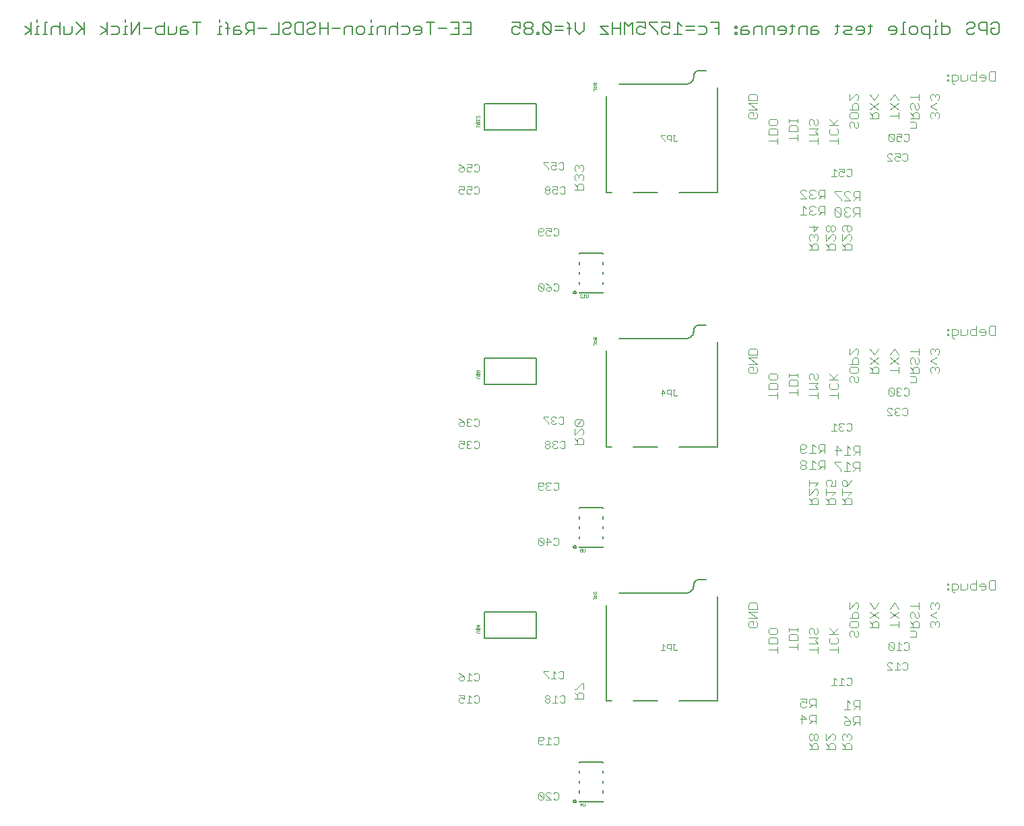
<source format=gbo>
G75*
%MOIN*%
%OFA0B0*%
%FSLAX24Y24*%
%IPPOS*%
%LPD*%
%AMOC8*
5,1,8,0,0,1.08239X$1,22.5*
%
%ADD10C,0.0040*%
%ADD11C,0.0050*%
%ADD12C,0.0080*%
%ADD13C,0.0030*%
%ADD14C,0.0010*%
%ADD15C,0.0020*%
D10*
X024927Y007785D02*
X025388Y007785D01*
X025388Y008016D01*
X025311Y008092D01*
X025157Y008092D01*
X025081Y008016D01*
X025081Y007785D01*
X025081Y007939D02*
X024927Y008092D01*
X024927Y008246D02*
X025004Y008246D01*
X025311Y008553D01*
X025388Y008553D01*
X025388Y008246D01*
X033530Y011388D02*
X033530Y011542D01*
X033606Y011619D01*
X033760Y011619D01*
X033760Y011465D01*
X033913Y011312D02*
X033606Y011312D01*
X033530Y011388D01*
X033530Y011772D02*
X033990Y011772D01*
X033530Y012079D01*
X033990Y012079D01*
X033990Y012232D02*
X033990Y012463D01*
X033913Y012539D01*
X033606Y012539D01*
X033530Y012463D01*
X033530Y012232D01*
X033990Y012232D01*
X033913Y011619D02*
X033990Y011542D01*
X033990Y011388D01*
X033913Y011312D01*
X034530Y011213D02*
X034606Y011289D01*
X034913Y011289D01*
X034990Y011213D01*
X034990Y011059D01*
X034913Y010982D01*
X034606Y010982D01*
X034530Y011059D01*
X034530Y011213D01*
X034606Y010829D02*
X034913Y010829D01*
X034990Y010752D01*
X034990Y010522D01*
X034530Y010522D01*
X034530Y010752D01*
X034606Y010829D01*
X034990Y010369D02*
X034990Y010062D01*
X034990Y010215D02*
X034530Y010215D01*
X035530Y010369D02*
X035990Y010369D01*
X035990Y010522D02*
X035990Y010215D01*
X035990Y010676D02*
X035530Y010676D01*
X035530Y010906D01*
X035606Y010982D01*
X035913Y010982D01*
X035990Y010906D01*
X035990Y010676D01*
X035990Y011136D02*
X035990Y011289D01*
X035990Y011213D02*
X035530Y011213D01*
X035530Y011289D02*
X035530Y011136D01*
X036530Y011213D02*
X036530Y011059D01*
X036606Y010982D01*
X036530Y010829D02*
X036990Y010829D01*
X036836Y010676D01*
X036990Y010522D01*
X036530Y010522D01*
X036530Y010215D02*
X036990Y010215D01*
X036990Y010062D02*
X036990Y010369D01*
X037530Y010215D02*
X037990Y010215D01*
X037990Y010062D02*
X037990Y010369D01*
X037913Y010522D02*
X037990Y010599D01*
X037990Y010752D01*
X037913Y010829D01*
X037990Y010982D02*
X037530Y010982D01*
X037683Y010982D02*
X037990Y011289D01*
X037760Y011059D02*
X037530Y011289D01*
X037606Y010829D02*
X037530Y010752D01*
X037530Y010599D01*
X037606Y010522D01*
X037913Y010522D01*
X036990Y011059D02*
X036913Y010982D01*
X036836Y010982D01*
X036760Y011059D01*
X036760Y011213D01*
X036683Y011289D01*
X036606Y011289D01*
X036530Y011213D01*
X036913Y011289D02*
X036990Y011213D01*
X036990Y011059D01*
X038530Y011081D02*
X038530Y010928D01*
X038606Y010851D01*
X038760Y010928D02*
X038760Y011081D01*
X038683Y011158D01*
X038606Y011158D01*
X038530Y011081D01*
X038606Y011312D02*
X038530Y011388D01*
X038530Y011542D01*
X038606Y011619D01*
X038913Y011619D01*
X038990Y011542D01*
X038990Y011388D01*
X038913Y011312D01*
X038606Y011312D01*
X038913Y011158D02*
X038990Y011081D01*
X038990Y010928D01*
X038913Y010851D01*
X038836Y010851D01*
X038760Y010928D01*
X039530Y011312D02*
X039990Y011312D01*
X039990Y011542D01*
X039913Y011619D01*
X039760Y011619D01*
X039683Y011542D01*
X039683Y011312D01*
X039683Y011465D02*
X039530Y011619D01*
X039530Y011772D02*
X039990Y012079D01*
X039760Y012232D02*
X039530Y012539D01*
X039760Y012232D02*
X039990Y012539D01*
X040530Y012232D02*
X040760Y012539D01*
X040990Y012232D01*
X040990Y012079D02*
X040530Y011772D01*
X040530Y011465D02*
X040990Y011465D01*
X040990Y011312D02*
X040990Y011619D01*
X040990Y011772D02*
X040530Y012079D01*
X039990Y011772D02*
X039530Y012079D01*
X038990Y012002D02*
X038990Y011772D01*
X038530Y011772D01*
X038683Y011772D02*
X038683Y012002D01*
X038760Y012079D01*
X038913Y012079D01*
X038990Y012002D01*
X038913Y012232D02*
X038990Y012309D01*
X038990Y012463D01*
X038913Y012539D01*
X038836Y012539D01*
X038530Y012232D01*
X038530Y012539D01*
X041530Y012386D02*
X041990Y012386D01*
X041990Y012539D02*
X041990Y012232D01*
X041913Y012079D02*
X041990Y012002D01*
X041990Y011849D01*
X041913Y011772D01*
X041836Y011772D01*
X041760Y011849D01*
X041760Y012002D01*
X041683Y012079D01*
X041606Y012079D01*
X041530Y012002D01*
X041530Y011849D01*
X041606Y011772D01*
X041530Y011619D02*
X041683Y011465D01*
X041683Y011542D02*
X041683Y011312D01*
X041530Y011312D02*
X041990Y011312D01*
X041990Y011542D01*
X041913Y011619D01*
X041760Y011619D01*
X041683Y011542D01*
X041760Y011158D02*
X041530Y011158D01*
X041760Y011158D02*
X041836Y011081D01*
X041836Y010851D01*
X041530Y010851D01*
X042530Y011388D02*
X042606Y011312D01*
X042530Y011388D02*
X042530Y011542D01*
X042606Y011619D01*
X042683Y011619D01*
X042760Y011542D01*
X042760Y011465D01*
X042760Y011542D02*
X042836Y011619D01*
X042913Y011619D01*
X042990Y011542D01*
X042990Y011388D01*
X042913Y011312D01*
X042836Y011772D02*
X042530Y011926D01*
X042836Y012079D01*
X042913Y012232D02*
X042990Y012309D01*
X042990Y012463D01*
X042913Y012539D01*
X042836Y012539D01*
X042760Y012463D01*
X042683Y012539D01*
X042606Y012539D01*
X042530Y012463D01*
X042530Y012309D01*
X042606Y012232D01*
X042760Y012386D02*
X042760Y012463D01*
X043361Y013193D02*
X043438Y013193D01*
X043438Y013270D01*
X043361Y013270D01*
X043361Y013193D01*
X043591Y013193D02*
X043821Y013193D01*
X043898Y013270D01*
X043898Y013423D01*
X043821Y013500D01*
X043591Y013500D01*
X043591Y013116D01*
X043668Y013039D01*
X043744Y013039D01*
X044051Y013193D02*
X044051Y013500D01*
X044051Y013193D02*
X044282Y013193D01*
X044358Y013270D01*
X044358Y013500D01*
X044512Y013423D02*
X044589Y013500D01*
X044819Y013500D01*
X044819Y013653D02*
X044819Y013193D01*
X044589Y013193D01*
X044512Y013270D01*
X044512Y013423D01*
X044972Y013423D02*
X045049Y013500D01*
X045202Y013500D01*
X045279Y013423D01*
X045279Y013270D01*
X045202Y013193D01*
X045049Y013193D01*
X044972Y013346D02*
X045279Y013346D01*
X045433Y013270D02*
X045433Y013576D01*
X045509Y013653D01*
X045740Y013653D01*
X045740Y013193D01*
X045509Y013193D01*
X045433Y013270D01*
X044972Y013346D02*
X044972Y013423D01*
X043438Y013423D02*
X043438Y013500D01*
X043361Y013500D01*
X043361Y013423D01*
X043438Y013423D01*
X038630Y017410D02*
X038170Y017410D01*
X038323Y017410D02*
X038323Y017640D01*
X038400Y017717D01*
X038553Y017717D01*
X038630Y017640D01*
X038630Y017410D01*
X038323Y017564D02*
X038170Y017717D01*
X038170Y017870D02*
X038170Y018177D01*
X038170Y018024D02*
X038630Y018024D01*
X038476Y017870D01*
X038400Y018331D02*
X038400Y018561D01*
X038323Y018638D01*
X038246Y018638D01*
X038170Y018561D01*
X038170Y018408D01*
X038246Y018331D01*
X038400Y018331D01*
X038553Y018484D01*
X038630Y018638D01*
X038569Y019071D02*
X038262Y019071D01*
X038109Y019071D02*
X038109Y019148D01*
X037802Y019455D01*
X037802Y019532D01*
X038109Y019532D01*
X038416Y019532D02*
X038416Y019071D01*
X038723Y019071D02*
X038876Y019225D01*
X038799Y019225D02*
X039030Y019225D01*
X039030Y019071D02*
X039030Y019532D01*
X038799Y019532D01*
X038723Y019455D01*
X038723Y019301D01*
X038799Y019225D01*
X038569Y019378D02*
X038416Y019532D01*
X038436Y019861D02*
X038436Y020322D01*
X038589Y020168D01*
X038743Y020245D02*
X038743Y020091D01*
X038819Y020015D01*
X039050Y020015D01*
X039050Y019861D02*
X039050Y020322D01*
X038819Y020322D01*
X038743Y020245D01*
X038896Y020015D02*
X038743Y019861D01*
X038589Y019861D02*
X038282Y019861D01*
X038129Y020091D02*
X037822Y020091D01*
X037899Y019861D02*
X037899Y020322D01*
X038129Y020091D01*
X037321Y020095D02*
X037090Y020095D01*
X037014Y020171D01*
X037014Y020325D01*
X037090Y020402D01*
X037321Y020402D01*
X037321Y019941D01*
X037167Y020095D02*
X037014Y019941D01*
X036860Y019941D02*
X036553Y019941D01*
X036707Y019941D02*
X036707Y020402D01*
X036860Y020248D01*
X036400Y020248D02*
X036323Y020171D01*
X036093Y020171D01*
X036093Y020018D02*
X036093Y020325D01*
X036170Y020402D01*
X036323Y020402D01*
X036400Y020325D01*
X036400Y020248D01*
X036400Y020018D02*
X036323Y019941D01*
X036170Y019941D01*
X036093Y020018D01*
X036170Y019602D02*
X036093Y019525D01*
X036093Y019448D01*
X036170Y019371D01*
X036323Y019371D01*
X036400Y019448D01*
X036400Y019525D01*
X036323Y019602D01*
X036170Y019602D01*
X036170Y019371D02*
X036093Y019295D01*
X036093Y019218D01*
X036170Y019141D01*
X036323Y019141D01*
X036400Y019218D01*
X036400Y019295D01*
X036323Y019371D01*
X036553Y019141D02*
X036860Y019141D01*
X036707Y019141D02*
X036707Y019602D01*
X036860Y019448D01*
X037014Y019371D02*
X037090Y019295D01*
X037321Y019295D01*
X037321Y019141D02*
X037321Y019602D01*
X037090Y019602D01*
X037014Y019525D01*
X037014Y019371D01*
X037167Y019295D02*
X037014Y019141D01*
X036990Y018484D02*
X036530Y018484D01*
X036530Y018331D02*
X036530Y018638D01*
X036836Y018331D02*
X036990Y018484D01*
X036913Y018177D02*
X036990Y018101D01*
X036990Y017947D01*
X036913Y017870D01*
X036913Y017717D02*
X036760Y017717D01*
X036683Y017640D01*
X036683Y017410D01*
X036530Y017410D02*
X036990Y017410D01*
X036990Y017640D01*
X036913Y017717D01*
X036683Y017564D02*
X036530Y017717D01*
X036530Y017870D02*
X036836Y018177D01*
X036913Y018177D01*
X036530Y018177D02*
X036530Y017870D01*
X037370Y017870D02*
X037370Y018177D01*
X037370Y018024D02*
X037830Y018024D01*
X037676Y017870D01*
X037600Y017717D02*
X037523Y017640D01*
X037523Y017410D01*
X037370Y017410D02*
X037830Y017410D01*
X037830Y017640D01*
X037753Y017717D01*
X037600Y017717D01*
X037523Y017564D02*
X037370Y017717D01*
X037446Y018331D02*
X037370Y018408D01*
X037370Y018561D01*
X037446Y018638D01*
X037600Y018638D01*
X037676Y018561D01*
X037676Y018484D01*
X037600Y018331D01*
X037830Y018331D01*
X037830Y018638D01*
X037990Y022660D02*
X037990Y022967D01*
X037990Y022814D02*
X037530Y022814D01*
X037606Y023120D02*
X037530Y023197D01*
X037530Y023351D01*
X037606Y023427D01*
X037530Y023581D02*
X037990Y023581D01*
X037913Y023427D02*
X037990Y023351D01*
X037990Y023197D01*
X037913Y023120D01*
X037606Y023120D01*
X037683Y023581D02*
X037990Y023888D01*
X037760Y023658D02*
X037530Y023888D01*
X036990Y023811D02*
X036990Y023658D01*
X036913Y023581D01*
X036836Y023581D01*
X036760Y023658D01*
X036760Y023811D01*
X036683Y023888D01*
X036606Y023888D01*
X036530Y023811D01*
X036530Y023658D01*
X036606Y023581D01*
X036530Y023427D02*
X036990Y023427D01*
X036836Y023274D01*
X036990Y023120D01*
X036530Y023120D01*
X036530Y022814D02*
X036990Y022814D01*
X036990Y022967D02*
X036990Y022660D01*
X035990Y022814D02*
X035990Y023120D01*
X035990Y022967D02*
X035530Y022967D01*
X035530Y023274D02*
X035530Y023504D01*
X035606Y023581D01*
X035913Y023581D01*
X035990Y023504D01*
X035990Y023274D01*
X035530Y023274D01*
X035530Y023734D02*
X035530Y023888D01*
X035530Y023811D02*
X035990Y023811D01*
X035990Y023734D02*
X035990Y023888D01*
X036913Y023888D02*
X036990Y023811D01*
X038530Y023680D02*
X038530Y023526D01*
X038606Y023450D01*
X038760Y023526D02*
X038836Y023450D01*
X038913Y023450D01*
X038990Y023526D01*
X038990Y023680D01*
X038913Y023757D01*
X038913Y023910D02*
X038606Y023910D01*
X038530Y023987D01*
X038530Y024140D01*
X038606Y024217D01*
X038913Y024217D01*
X038990Y024140D01*
X038990Y023987D01*
X038913Y023910D01*
X038683Y023757D02*
X038606Y023757D01*
X038530Y023680D01*
X038683Y023757D02*
X038760Y023680D01*
X038760Y023526D01*
X038683Y024370D02*
X038683Y024601D01*
X038760Y024677D01*
X038913Y024677D01*
X038990Y024601D01*
X038990Y024370D01*
X038530Y024370D01*
X038530Y024831D02*
X038836Y025138D01*
X038913Y025138D01*
X038990Y025061D01*
X038990Y024908D01*
X038913Y024831D01*
X038530Y024831D02*
X038530Y025138D01*
X039530Y025138D02*
X039760Y024831D01*
X039990Y025138D01*
X039990Y024677D02*
X039530Y024370D01*
X039530Y024217D02*
X039683Y024064D01*
X039683Y024140D02*
X039683Y023910D01*
X039530Y023910D02*
X039990Y023910D01*
X039990Y024140D01*
X039913Y024217D01*
X039760Y024217D01*
X039683Y024140D01*
X039990Y024370D02*
X039530Y024677D01*
X040530Y024677D02*
X040990Y024370D01*
X040990Y024217D02*
X040990Y023910D01*
X040990Y024064D02*
X040530Y024064D01*
X040530Y024370D02*
X040990Y024677D01*
X040990Y024831D02*
X040760Y025138D01*
X040530Y024831D01*
X041530Y024984D02*
X041990Y024984D01*
X041990Y024831D02*
X041990Y025138D01*
X041913Y024677D02*
X041990Y024601D01*
X041990Y024447D01*
X041913Y024370D01*
X041836Y024370D01*
X041760Y024447D01*
X041760Y024601D01*
X041683Y024677D01*
X041606Y024677D01*
X041530Y024601D01*
X041530Y024447D01*
X041606Y024370D01*
X041530Y024217D02*
X041683Y024064D01*
X041683Y024140D02*
X041683Y023910D01*
X041530Y023910D02*
X041990Y023910D01*
X041990Y024140D01*
X041913Y024217D01*
X041760Y024217D01*
X041683Y024140D01*
X041760Y023757D02*
X041530Y023757D01*
X041760Y023757D02*
X041836Y023680D01*
X041836Y023450D01*
X041530Y023450D01*
X042530Y023987D02*
X042606Y023910D01*
X042530Y023987D02*
X042530Y024140D01*
X042606Y024217D01*
X042683Y024217D01*
X042760Y024140D01*
X042760Y024064D01*
X042760Y024140D02*
X042836Y024217D01*
X042913Y024217D01*
X042990Y024140D01*
X042990Y023987D01*
X042913Y023910D01*
X042836Y024370D02*
X042530Y024524D01*
X042836Y024677D01*
X042913Y024831D02*
X042990Y024908D01*
X042990Y025061D01*
X042913Y025138D01*
X042836Y025138D01*
X042760Y025061D01*
X042683Y025138D01*
X042606Y025138D01*
X042530Y025061D01*
X042530Y024908D01*
X042606Y024831D01*
X042760Y024984D02*
X042760Y025061D01*
X043361Y025791D02*
X043438Y025791D01*
X043438Y025868D01*
X043361Y025868D01*
X043361Y025791D01*
X043591Y025791D02*
X043821Y025791D01*
X043898Y025868D01*
X043898Y026021D01*
X043821Y026098D01*
X043591Y026098D01*
X043591Y025715D01*
X043668Y025638D01*
X043744Y025638D01*
X044051Y025791D02*
X044051Y026098D01*
X044051Y025791D02*
X044282Y025791D01*
X044358Y025868D01*
X044358Y026098D01*
X044512Y026021D02*
X044589Y026098D01*
X044819Y026098D01*
X044819Y026252D02*
X044819Y025791D01*
X044589Y025791D01*
X044512Y025868D01*
X044512Y026021D01*
X044972Y026021D02*
X044972Y025945D01*
X045279Y025945D01*
X045279Y026021D02*
X045202Y026098D01*
X045049Y026098D01*
X044972Y026021D01*
X045049Y025791D02*
X045202Y025791D01*
X045279Y025868D01*
X045279Y026021D01*
X045433Y025868D02*
X045433Y026175D01*
X045509Y026252D01*
X045740Y026252D01*
X045740Y025791D01*
X045509Y025791D01*
X045433Y025868D01*
X043438Y026021D02*
X043438Y026098D01*
X043361Y026098D01*
X043361Y026021D01*
X043438Y026021D01*
X038630Y030009D02*
X038630Y030239D01*
X038553Y030315D01*
X038400Y030315D01*
X038323Y030239D01*
X038323Y030009D01*
X038323Y030162D02*
X038170Y030315D01*
X038170Y030469D02*
X038476Y030776D01*
X038553Y030776D01*
X038630Y030699D01*
X038630Y030546D01*
X038553Y030469D01*
X038170Y030469D02*
X038170Y030776D01*
X038246Y030929D02*
X038170Y031006D01*
X038170Y031159D01*
X038246Y031236D01*
X038553Y031236D01*
X038630Y031159D01*
X038630Y031006D01*
X038553Y030929D01*
X038476Y030929D01*
X038400Y031006D01*
X038400Y031236D01*
X038339Y031670D02*
X038492Y031670D01*
X038569Y031746D01*
X038723Y031670D02*
X038876Y031823D01*
X038799Y031823D02*
X039030Y031823D01*
X039030Y031670D02*
X039030Y032130D01*
X038799Y032130D01*
X038723Y032053D01*
X038723Y031900D01*
X038799Y031823D01*
X038569Y032053D02*
X038492Y032130D01*
X038339Y032130D01*
X038262Y032053D01*
X038262Y031977D01*
X038339Y031900D01*
X038262Y031823D01*
X038262Y031746D01*
X038339Y031670D01*
X038339Y031900D02*
X038416Y031900D01*
X038109Y032053D02*
X038032Y032130D01*
X037879Y032130D01*
X037802Y032053D01*
X038109Y031746D01*
X038032Y031670D01*
X037879Y031670D01*
X037802Y031746D01*
X037802Y032053D01*
X038109Y032053D02*
X038109Y031746D01*
X037753Y031236D02*
X037676Y031236D01*
X037600Y031159D01*
X037600Y031006D01*
X037676Y030929D01*
X037753Y030929D01*
X037830Y031006D01*
X037830Y031159D01*
X037753Y031236D01*
X037600Y031159D02*
X037523Y031236D01*
X037446Y031236D01*
X037370Y031159D01*
X037370Y031006D01*
X037446Y030929D01*
X037523Y030929D01*
X037600Y031006D01*
X037676Y030776D02*
X037753Y030776D01*
X037830Y030699D01*
X037830Y030546D01*
X037753Y030469D01*
X037753Y030315D02*
X037600Y030315D01*
X037523Y030239D01*
X037523Y030009D01*
X037523Y030162D02*
X037370Y030315D01*
X037370Y030469D02*
X037676Y030776D01*
X037370Y030776D02*
X037370Y030469D01*
X036990Y030546D02*
X036990Y030699D01*
X036913Y030776D01*
X036836Y030776D01*
X036760Y030699D01*
X036683Y030776D01*
X036606Y030776D01*
X036530Y030699D01*
X036530Y030546D01*
X036606Y030469D01*
X036530Y030315D02*
X036683Y030162D01*
X036683Y030239D02*
X036683Y030009D01*
X036530Y030009D02*
X036990Y030009D01*
X036990Y030239D01*
X036913Y030315D01*
X036760Y030315D01*
X036683Y030239D01*
X036913Y030469D02*
X036990Y030546D01*
X036760Y030622D02*
X036760Y030699D01*
X036760Y030929D02*
X036760Y031236D01*
X036990Y031159D02*
X036760Y030929D01*
X036530Y031159D02*
X036990Y031159D01*
X037753Y030315D02*
X037830Y030239D01*
X037830Y030009D01*
X037370Y030009D01*
X038170Y030009D02*
X038630Y030009D01*
X037321Y031740D02*
X037321Y032200D01*
X037090Y032200D01*
X037014Y032123D01*
X037014Y031970D01*
X037090Y031893D01*
X037321Y031893D01*
X037167Y031893D02*
X037014Y031740D01*
X036860Y031816D02*
X036784Y031740D01*
X036630Y031740D01*
X036553Y031816D01*
X036553Y031893D01*
X036630Y031970D01*
X036707Y031970D01*
X036630Y031970D02*
X036553Y032047D01*
X036553Y032123D01*
X036630Y032200D01*
X036784Y032200D01*
X036860Y032123D01*
X036784Y032540D02*
X036630Y032540D01*
X036553Y032616D01*
X036553Y032693D01*
X036630Y032770D01*
X036707Y032770D01*
X036630Y032770D02*
X036553Y032847D01*
X036553Y032923D01*
X036630Y033000D01*
X036784Y033000D01*
X036860Y032923D01*
X037014Y032923D02*
X037014Y032770D01*
X037090Y032693D01*
X037321Y032693D01*
X037321Y032540D02*
X037321Y033000D01*
X037090Y033000D01*
X037014Y032923D01*
X037167Y032693D02*
X037014Y032540D01*
X036860Y032616D02*
X036784Y032540D01*
X036400Y032540D02*
X036093Y032847D01*
X036093Y032923D01*
X036170Y033000D01*
X036323Y033000D01*
X036400Y032923D01*
X036400Y032540D02*
X036093Y032540D01*
X036246Y032200D02*
X036246Y031740D01*
X036093Y031740D02*
X036400Y031740D01*
X036400Y032047D02*
X036246Y032200D01*
X037822Y032843D02*
X038129Y032536D01*
X038129Y032460D01*
X038282Y032460D02*
X038589Y032460D01*
X038282Y032767D01*
X038282Y032843D01*
X038359Y032920D01*
X038512Y032920D01*
X038589Y032843D01*
X038743Y032843D02*
X038743Y032690D01*
X038819Y032613D01*
X039050Y032613D01*
X039050Y032460D02*
X039050Y032920D01*
X038819Y032920D01*
X038743Y032843D01*
X038896Y032613D02*
X038743Y032460D01*
X038129Y032920D02*
X037822Y032920D01*
X037822Y032843D01*
X037990Y035259D02*
X037990Y035565D01*
X037990Y035412D02*
X037530Y035412D01*
X037606Y035719D02*
X037530Y035796D01*
X037530Y035949D01*
X037606Y036026D01*
X037530Y036179D02*
X037990Y036179D01*
X037913Y036026D02*
X037990Y035949D01*
X037990Y035796D01*
X037913Y035719D01*
X037606Y035719D01*
X037683Y036179D02*
X037990Y036486D01*
X037760Y036256D02*
X037530Y036486D01*
X036990Y036409D02*
X036990Y036256D01*
X036913Y036179D01*
X036836Y036179D01*
X036760Y036256D01*
X036760Y036409D01*
X036683Y036486D01*
X036606Y036486D01*
X036530Y036409D01*
X036530Y036256D01*
X036606Y036179D01*
X036530Y036026D02*
X036990Y036026D01*
X036836Y035872D01*
X036990Y035719D01*
X036530Y035719D01*
X036530Y035412D02*
X036990Y035412D01*
X036990Y035259D02*
X036990Y035565D01*
X036990Y036409D02*
X036913Y036486D01*
X035990Y036486D02*
X035990Y036333D01*
X035990Y036409D02*
X035530Y036409D01*
X035530Y036333D02*
X035530Y036486D01*
X035606Y036179D02*
X035530Y036103D01*
X035530Y035872D01*
X035990Y035872D01*
X035990Y036103D01*
X035913Y036179D01*
X035606Y036179D01*
X035990Y035719D02*
X035990Y035412D01*
X035990Y035565D02*
X035530Y035565D01*
X034990Y035565D02*
X034990Y035259D01*
X034990Y035412D02*
X034530Y035412D01*
X034530Y035719D02*
X034530Y035949D01*
X034606Y036026D01*
X034913Y036026D01*
X034990Y035949D01*
X034990Y035719D01*
X034530Y035719D01*
X034606Y036179D02*
X034530Y036256D01*
X034530Y036409D01*
X034606Y036486D01*
X034913Y036486D01*
X034990Y036409D01*
X034990Y036256D01*
X034913Y036179D01*
X034606Y036179D01*
X033990Y036585D02*
X033913Y036509D01*
X033606Y036509D01*
X033530Y036585D01*
X033530Y036739D01*
X033606Y036815D01*
X033760Y036815D01*
X033760Y036662D01*
X033913Y036815D02*
X033990Y036739D01*
X033990Y036585D01*
X033990Y036969D02*
X033530Y037276D01*
X033990Y037276D01*
X033990Y037429D02*
X033530Y037429D01*
X033530Y037659D01*
X033606Y037736D01*
X033913Y037736D01*
X033990Y037659D01*
X033990Y037429D01*
X033990Y036969D02*
X033530Y036969D01*
X038530Y036969D02*
X038990Y036969D01*
X038990Y037199D01*
X038913Y037276D01*
X038760Y037276D01*
X038683Y037199D01*
X038683Y036969D01*
X038606Y036815D02*
X038913Y036815D01*
X038990Y036739D01*
X038990Y036585D01*
X038913Y036509D01*
X038606Y036509D01*
X038530Y036585D01*
X038530Y036739D01*
X038606Y036815D01*
X038606Y036355D02*
X038530Y036278D01*
X038530Y036125D01*
X038606Y036048D01*
X038760Y036125D02*
X038760Y036278D01*
X038683Y036355D01*
X038606Y036355D01*
X038760Y036125D02*
X038836Y036048D01*
X038913Y036048D01*
X038990Y036125D01*
X038990Y036278D01*
X038913Y036355D01*
X039530Y036509D02*
X039990Y036509D01*
X039990Y036739D01*
X039913Y036815D01*
X039760Y036815D01*
X039683Y036739D01*
X039683Y036509D01*
X039683Y036662D02*
X039530Y036815D01*
X039530Y036969D02*
X039990Y037276D01*
X039760Y037429D02*
X039530Y037736D01*
X039760Y037429D02*
X039990Y037736D01*
X040530Y037429D02*
X040760Y037736D01*
X040990Y037429D01*
X040990Y037276D02*
X040530Y036969D01*
X040530Y037276D02*
X040990Y036969D01*
X040990Y036815D02*
X040990Y036509D01*
X040990Y036662D02*
X040530Y036662D01*
X039990Y036969D02*
X039530Y037276D01*
X038990Y037506D02*
X038913Y037429D01*
X038990Y037506D02*
X038990Y037659D01*
X038913Y037736D01*
X038836Y037736D01*
X038530Y037429D01*
X038530Y037736D01*
X041530Y037583D02*
X041990Y037583D01*
X041990Y037736D02*
X041990Y037429D01*
X041913Y037276D02*
X041990Y037199D01*
X041990Y037046D01*
X041913Y036969D01*
X041836Y036969D01*
X041760Y037046D01*
X041760Y037199D01*
X041683Y037276D01*
X041606Y037276D01*
X041530Y037199D01*
X041530Y037046D01*
X041606Y036969D01*
X041530Y036815D02*
X041683Y036662D01*
X041683Y036739D02*
X041683Y036509D01*
X041530Y036509D02*
X041990Y036509D01*
X041990Y036739D01*
X041913Y036815D01*
X041760Y036815D01*
X041683Y036739D01*
X041760Y036355D02*
X041530Y036355D01*
X041760Y036355D02*
X041836Y036278D01*
X041836Y036048D01*
X041530Y036048D01*
X042530Y036585D02*
X042606Y036509D01*
X042530Y036585D02*
X042530Y036739D01*
X042606Y036815D01*
X042683Y036815D01*
X042760Y036739D01*
X042760Y036662D01*
X042760Y036739D02*
X042836Y036815D01*
X042913Y036815D01*
X042990Y036739D01*
X042990Y036585D01*
X042913Y036509D01*
X042836Y036969D02*
X042530Y037122D01*
X042836Y037276D01*
X042913Y037429D02*
X042990Y037506D01*
X042990Y037659D01*
X042913Y037736D01*
X042836Y037736D01*
X042760Y037659D01*
X042683Y037736D01*
X042606Y037736D01*
X042530Y037659D01*
X042530Y037506D01*
X042606Y037429D01*
X042760Y037583D02*
X042760Y037659D01*
X043591Y038313D02*
X043591Y038697D01*
X043821Y038697D01*
X043898Y038620D01*
X043898Y038466D01*
X043821Y038390D01*
X043591Y038390D01*
X043591Y038313D02*
X043668Y038236D01*
X043744Y038236D01*
X043438Y038390D02*
X043438Y038466D01*
X043361Y038466D01*
X043361Y038390D01*
X043438Y038390D01*
X043438Y038620D02*
X043438Y038697D01*
X043361Y038697D01*
X043361Y038620D01*
X043438Y038620D01*
X044051Y038697D02*
X044051Y038390D01*
X044282Y038390D01*
X044358Y038466D01*
X044358Y038697D01*
X044512Y038620D02*
X044589Y038697D01*
X044819Y038697D01*
X044819Y038850D02*
X044819Y038390D01*
X044589Y038390D01*
X044512Y038466D01*
X044512Y038620D01*
X044972Y038620D02*
X044972Y038543D01*
X045279Y038543D01*
X045279Y038466D02*
X045279Y038620D01*
X045202Y038697D01*
X045049Y038697D01*
X044972Y038620D01*
X045049Y038390D02*
X045202Y038390D01*
X045279Y038466D01*
X045433Y038466D02*
X045433Y038773D01*
X045509Y038850D01*
X045740Y038850D01*
X045740Y038390D01*
X045509Y038390D01*
X045433Y038466D01*
X033913Y025138D02*
X033606Y025138D01*
X033530Y025061D01*
X033530Y024831D01*
X033990Y024831D01*
X033990Y025061D01*
X033913Y025138D01*
X033990Y024677D02*
X033530Y024677D01*
X033990Y024370D01*
X033530Y024370D01*
X033606Y024217D02*
X033760Y024217D01*
X033760Y024064D01*
X033913Y024217D02*
X033990Y024140D01*
X033990Y023987D01*
X033913Y023910D01*
X033606Y023910D01*
X033530Y023987D01*
X033530Y024140D01*
X033606Y024217D01*
X034530Y023811D02*
X034606Y023888D01*
X034913Y023888D01*
X034990Y023811D01*
X034990Y023658D01*
X034913Y023581D01*
X034606Y023581D01*
X034530Y023658D01*
X034530Y023811D01*
X034606Y023427D02*
X034913Y023427D01*
X034990Y023351D01*
X034990Y023120D01*
X034530Y023120D01*
X034530Y023351D01*
X034606Y023427D01*
X034990Y022967D02*
X034990Y022660D01*
X034990Y022814D02*
X034530Y022814D01*
X025388Y021535D02*
X025311Y021611D01*
X025004Y021305D01*
X024927Y021381D01*
X024927Y021535D01*
X025004Y021611D01*
X025311Y021611D01*
X025388Y021535D02*
X025388Y021381D01*
X025311Y021305D01*
X025004Y021305D01*
X024927Y021151D02*
X024927Y020844D01*
X025234Y021151D01*
X025311Y021151D01*
X025388Y021074D01*
X025388Y020921D01*
X025311Y020844D01*
X025311Y020691D02*
X025157Y020691D01*
X025081Y020614D01*
X025081Y020384D01*
X025081Y020537D02*
X024927Y020691D01*
X024927Y020384D02*
X025388Y020384D01*
X025388Y020614D01*
X025311Y020691D01*
X025388Y032982D02*
X024927Y032982D01*
X025081Y032982D02*
X025081Y033212D01*
X025157Y033289D01*
X025311Y033289D01*
X025388Y033212D01*
X025388Y032982D01*
X025081Y033136D02*
X024927Y033289D01*
X025004Y033443D02*
X024927Y033519D01*
X024927Y033673D01*
X025004Y033750D01*
X025081Y033750D01*
X025157Y033673D01*
X025157Y033596D01*
X025157Y033673D02*
X025234Y033750D01*
X025311Y033750D01*
X025388Y033673D01*
X025388Y033519D01*
X025311Y033443D01*
X025311Y033903D02*
X025388Y033980D01*
X025388Y034133D01*
X025311Y034210D01*
X025234Y034210D01*
X025157Y034133D01*
X025081Y034210D01*
X025004Y034210D01*
X024927Y034133D01*
X024927Y033980D01*
X025004Y033903D01*
X025157Y034056D02*
X025157Y034133D01*
X036093Y007803D02*
X036400Y007803D01*
X036400Y007573D01*
X036246Y007650D01*
X036170Y007650D01*
X036093Y007573D01*
X036093Y007420D01*
X036170Y007343D01*
X036323Y007343D01*
X036400Y007420D01*
X036553Y007343D02*
X036707Y007496D01*
X036630Y007496D02*
X036860Y007496D01*
X036860Y007343D02*
X036860Y007803D01*
X036630Y007803D01*
X036553Y007726D01*
X036553Y007573D01*
X036630Y007496D01*
X036630Y007003D02*
X036553Y006926D01*
X036553Y006773D01*
X036630Y006696D01*
X036860Y006696D01*
X036707Y006696D02*
X036553Y006543D01*
X036400Y006773D02*
X036093Y006773D01*
X036170Y006543D02*
X036170Y007003D01*
X036400Y006773D01*
X036630Y007003D02*
X036860Y007003D01*
X036860Y006543D01*
X036836Y006039D02*
X036760Y005963D01*
X036760Y005809D01*
X036836Y005732D01*
X036913Y005732D01*
X036990Y005809D01*
X036990Y005963D01*
X036913Y006039D01*
X036836Y006039D01*
X036760Y005963D02*
X036683Y006039D01*
X036606Y006039D01*
X036530Y005963D01*
X036530Y005809D01*
X036606Y005732D01*
X036683Y005732D01*
X036760Y005809D01*
X036760Y005579D02*
X036683Y005502D01*
X036683Y005272D01*
X036530Y005272D02*
X036990Y005272D01*
X036990Y005502D01*
X036913Y005579D01*
X036760Y005579D01*
X036683Y005426D02*
X036530Y005579D01*
X037370Y005579D02*
X037523Y005426D01*
X037523Y005502D02*
X037523Y005272D01*
X037370Y005272D02*
X037830Y005272D01*
X037830Y005502D01*
X037753Y005579D01*
X037600Y005579D01*
X037523Y005502D01*
X037370Y005732D02*
X037676Y006039D01*
X037753Y006039D01*
X037830Y005963D01*
X037830Y005809D01*
X037753Y005732D01*
X037370Y005732D02*
X037370Y006039D01*
X038170Y005963D02*
X038170Y005809D01*
X038246Y005732D01*
X038170Y005579D02*
X038323Y005426D01*
X038323Y005502D02*
X038323Y005272D01*
X038170Y005272D02*
X038630Y005272D01*
X038630Y005502D01*
X038553Y005579D01*
X038400Y005579D01*
X038323Y005502D01*
X038553Y005732D02*
X038630Y005809D01*
X038630Y005963D01*
X038553Y006039D01*
X038476Y006039D01*
X038400Y005963D01*
X038323Y006039D01*
X038246Y006039D01*
X038170Y005963D01*
X038400Y005963D02*
X038400Y005886D01*
X038339Y006473D02*
X038262Y006550D01*
X038262Y006626D01*
X038339Y006703D01*
X038569Y006703D01*
X038569Y006550D01*
X038492Y006473D01*
X038339Y006473D01*
X038569Y006703D02*
X038416Y006856D01*
X038262Y006933D01*
X038282Y007263D02*
X038589Y007263D01*
X038436Y007263D02*
X038436Y007723D01*
X038589Y007570D01*
X038743Y007646D02*
X038743Y007493D01*
X038819Y007416D01*
X039050Y007416D01*
X039050Y007263D02*
X039050Y007723D01*
X038819Y007723D01*
X038743Y007646D01*
X038896Y007416D02*
X038743Y007263D01*
X038799Y006933D02*
X038723Y006856D01*
X038723Y006703D01*
X038799Y006626D01*
X039030Y006626D01*
X039030Y006473D02*
X039030Y006933D01*
X038799Y006933D01*
X038876Y006626D02*
X038723Y006473D01*
D11*
X024887Y002713D02*
X024889Y002728D01*
X024894Y002742D01*
X024903Y002755D01*
X024914Y002765D01*
X024928Y002772D01*
X024942Y002776D01*
X024958Y002776D01*
X024972Y002772D01*
X024986Y002765D01*
X024997Y002755D01*
X025006Y002742D01*
X025011Y002728D01*
X025013Y002713D01*
X025011Y002698D01*
X025006Y002684D01*
X024997Y002671D01*
X024986Y002661D01*
X024972Y002654D01*
X024958Y002650D01*
X024942Y002650D01*
X024928Y002654D01*
X024914Y002661D01*
X024903Y002671D01*
X024894Y002684D01*
X024889Y002698D01*
X024887Y002713D01*
X024887Y015311D02*
X024889Y015326D01*
X024894Y015340D01*
X024903Y015353D01*
X024914Y015363D01*
X024928Y015370D01*
X024942Y015374D01*
X024958Y015374D01*
X024972Y015370D01*
X024986Y015363D01*
X024997Y015353D01*
X025006Y015340D01*
X025011Y015326D01*
X025013Y015311D01*
X025011Y015296D01*
X025006Y015282D01*
X024997Y015269D01*
X024986Y015259D01*
X024972Y015252D01*
X024958Y015248D01*
X024942Y015248D01*
X024928Y015252D01*
X024914Y015259D01*
X024903Y015269D01*
X024894Y015282D01*
X024889Y015296D01*
X024887Y015311D01*
X024887Y027910D02*
X024889Y027925D01*
X024894Y027939D01*
X024903Y027952D01*
X024914Y027962D01*
X024928Y027969D01*
X024942Y027973D01*
X024958Y027973D01*
X024972Y027969D01*
X024986Y027962D01*
X024997Y027952D01*
X025006Y027939D01*
X025011Y027925D01*
X025013Y027910D01*
X025011Y027895D01*
X025006Y027881D01*
X024997Y027868D01*
X024986Y027858D01*
X024972Y027851D01*
X024958Y027847D01*
X024942Y027847D01*
X024928Y027851D01*
X024914Y027858D01*
X024903Y027868D01*
X024894Y027881D01*
X024889Y027895D01*
X024887Y027910D01*
X024682Y040694D02*
X024682Y041203D01*
X024581Y041304D01*
X024379Y041101D02*
X023972Y041101D01*
X023972Y040897D02*
X024379Y040897D01*
X024581Y040999D02*
X024784Y040999D01*
X024985Y040897D02*
X024985Y041304D01*
X024985Y040897D02*
X025188Y040694D01*
X025392Y040897D01*
X025392Y041304D01*
X026200Y041101D02*
X026607Y040694D01*
X026200Y040694D01*
X026200Y041101D02*
X026607Y041101D01*
X026808Y040999D02*
X027215Y040999D01*
X027215Y040694D02*
X027215Y041304D01*
X027416Y041304D02*
X027416Y040694D01*
X027823Y040694D02*
X027823Y041304D01*
X027619Y041101D01*
X027416Y041304D01*
X026808Y041304D02*
X026808Y040694D01*
X028023Y040796D02*
X028125Y040694D01*
X028329Y040694D01*
X028430Y040796D01*
X028430Y040999D02*
X028227Y041101D01*
X028125Y041101D01*
X028023Y040999D01*
X028023Y040796D01*
X028430Y040999D02*
X028430Y041304D01*
X028023Y041304D01*
X028631Y041304D02*
X028631Y041203D01*
X029038Y040796D01*
X029038Y040694D01*
X029239Y040796D02*
X029341Y040694D01*
X029544Y040694D01*
X029646Y040796D01*
X029646Y040999D02*
X029442Y041101D01*
X029341Y041101D01*
X029239Y040999D01*
X029239Y040796D01*
X029646Y040999D02*
X029646Y041304D01*
X029239Y041304D01*
X029038Y041304D02*
X028631Y041304D01*
X029847Y040694D02*
X030254Y040694D01*
X030050Y040694D02*
X030050Y041304D01*
X030254Y041101D01*
X030454Y041101D02*
X030861Y041101D01*
X031062Y041101D02*
X031367Y041101D01*
X031469Y040999D01*
X031469Y040796D01*
X031367Y040694D01*
X031062Y040694D01*
X030861Y040897D02*
X030454Y040897D01*
X031670Y041304D02*
X032077Y041304D01*
X032077Y040694D01*
X032077Y040999D02*
X031873Y040999D01*
X032887Y040999D02*
X032988Y040999D01*
X032988Y041101D01*
X032887Y041101D01*
X032887Y040999D01*
X032887Y040796D02*
X032887Y040694D01*
X032988Y040694D01*
X032988Y040796D01*
X032887Y040796D01*
X033189Y040897D02*
X033494Y040897D01*
X033596Y040796D01*
X033494Y040694D01*
X033189Y040694D01*
X033189Y040999D01*
X033291Y041101D01*
X033494Y041101D01*
X033797Y040999D02*
X033797Y040694D01*
X033797Y040999D02*
X033899Y041101D01*
X034204Y041101D01*
X034204Y040694D01*
X034404Y040694D02*
X034404Y040999D01*
X034506Y041101D01*
X034812Y041101D01*
X034812Y040694D01*
X035012Y040897D02*
X035419Y040897D01*
X035419Y040796D02*
X035419Y040999D01*
X035317Y041101D01*
X035114Y041101D01*
X035012Y040999D01*
X035012Y040897D01*
X035114Y040694D02*
X035317Y040694D01*
X035419Y040796D01*
X035621Y040694D02*
X035723Y040796D01*
X035723Y041203D01*
X035824Y041101D02*
X035621Y041101D01*
X036025Y040999D02*
X036025Y040694D01*
X036025Y040999D02*
X036127Y041101D01*
X036432Y041101D01*
X036432Y040694D01*
X036633Y040694D02*
X036938Y040694D01*
X037040Y040796D01*
X036938Y040897D01*
X036633Y040897D01*
X036633Y040999D02*
X036633Y040694D01*
X036633Y040999D02*
X036735Y041101D01*
X036938Y041101D01*
X037849Y041101D02*
X038053Y041101D01*
X037951Y041203D02*
X037951Y040796D01*
X037849Y040694D01*
X038253Y040796D02*
X038355Y040897D01*
X038559Y040897D01*
X038660Y040999D01*
X038559Y041101D01*
X038253Y041101D01*
X038253Y040796D02*
X038355Y040694D01*
X038660Y040694D01*
X038861Y040897D02*
X039268Y040897D01*
X039268Y040796D02*
X039268Y040999D01*
X039166Y041101D01*
X038963Y041101D01*
X038861Y040999D01*
X038861Y040897D01*
X038963Y040694D02*
X039166Y040694D01*
X039268Y040796D01*
X039470Y040694D02*
X039572Y040796D01*
X039572Y041203D01*
X039673Y041101D02*
X039470Y041101D01*
X040482Y040999D02*
X040482Y040897D01*
X040889Y040897D01*
X040889Y040796D02*
X040889Y040999D01*
X040787Y041101D01*
X040583Y041101D01*
X040482Y040999D01*
X040583Y040694D02*
X040787Y040694D01*
X040889Y040796D01*
X041090Y040694D02*
X041294Y040694D01*
X041192Y040694D02*
X041192Y041304D01*
X041294Y041304D01*
X041596Y041101D02*
X041800Y041101D01*
X041902Y040999D01*
X041902Y040796D01*
X041800Y040694D01*
X041596Y040694D01*
X041495Y040796D01*
X041495Y040999D01*
X041596Y041101D01*
X042102Y040999D02*
X042102Y040796D01*
X042204Y040694D01*
X042509Y040694D01*
X042711Y040694D02*
X042914Y040694D01*
X042813Y040694D02*
X042813Y041101D01*
X042914Y041101D01*
X043115Y041101D02*
X043420Y041101D01*
X043522Y040999D01*
X043522Y040796D01*
X043420Y040694D01*
X043115Y040694D01*
X043115Y041304D01*
X042813Y041304D02*
X042813Y041406D01*
X042509Y041101D02*
X042204Y041101D01*
X042102Y040999D01*
X042509Y041101D02*
X042509Y040490D01*
X044331Y040796D02*
X044432Y040694D01*
X044636Y040694D01*
X044738Y040796D01*
X044636Y040999D02*
X044432Y040999D01*
X044331Y040897D01*
X044331Y040796D01*
X044636Y040999D02*
X044738Y041101D01*
X044738Y041203D01*
X044636Y041304D01*
X044432Y041304D01*
X044331Y041203D01*
X044938Y041203D02*
X044938Y040999D01*
X045040Y040897D01*
X045345Y040897D01*
X045345Y040694D02*
X045345Y041304D01*
X045040Y041304D01*
X044938Y041203D01*
X045546Y041203D02*
X045648Y041304D01*
X045851Y041304D01*
X045953Y041203D01*
X045953Y040796D01*
X045851Y040694D01*
X045648Y040694D01*
X045546Y040796D01*
X045546Y040999D01*
X045750Y040999D01*
X023771Y040796D02*
X023670Y040694D01*
X023466Y040694D01*
X023364Y040796D01*
X023364Y041203D01*
X023771Y040796D01*
X023771Y041203D01*
X023670Y041304D01*
X023466Y041304D01*
X023364Y041203D01*
X023164Y040796D02*
X023164Y040694D01*
X023062Y040694D01*
X023062Y040796D01*
X023164Y040796D01*
X022860Y040796D02*
X022860Y040897D01*
X022758Y040999D01*
X022554Y040999D01*
X022453Y040897D01*
X022453Y040796D01*
X022554Y040694D01*
X022758Y040694D01*
X022860Y040796D01*
X022758Y040999D02*
X022860Y041101D01*
X022860Y041203D01*
X022758Y041304D01*
X022554Y041304D01*
X022453Y041203D01*
X022453Y041101D01*
X022554Y040999D01*
X022252Y040999D02*
X022048Y041101D01*
X021947Y041101D01*
X021845Y040999D01*
X021845Y040796D01*
X021947Y040694D01*
X022150Y040694D01*
X022252Y040796D01*
X022252Y040999D02*
X022252Y041304D01*
X021845Y041304D01*
X019821Y041304D02*
X019821Y040694D01*
X019414Y040694D01*
X019213Y040694D02*
X018806Y040694D01*
X018606Y040999D02*
X018199Y040999D01*
X017998Y041304D02*
X017591Y041304D01*
X017794Y041304D02*
X017794Y040694D01*
X017390Y040796D02*
X017390Y040999D01*
X017288Y041101D01*
X017085Y041101D01*
X016983Y040999D01*
X016983Y040897D01*
X017390Y040897D01*
X017390Y040796D02*
X017288Y040694D01*
X017085Y040694D01*
X016783Y040796D02*
X016681Y040694D01*
X016375Y040694D01*
X016175Y040694D02*
X016175Y041304D01*
X016073Y041101D02*
X015870Y041101D01*
X015768Y040999D01*
X015768Y040694D01*
X015567Y040694D02*
X015567Y041101D01*
X015262Y041101D01*
X015160Y040999D01*
X015160Y040694D01*
X014959Y040694D02*
X014756Y040694D01*
X014858Y040694D02*
X014858Y041101D01*
X014959Y041101D01*
X014858Y041304D02*
X014858Y041406D01*
X014452Y041101D02*
X014554Y040999D01*
X014554Y040796D01*
X014452Y040694D01*
X014249Y040694D01*
X014147Y040796D01*
X014147Y040999D01*
X014249Y041101D01*
X014452Y041101D01*
X013946Y041101D02*
X013946Y040694D01*
X013539Y040694D02*
X013539Y040999D01*
X013641Y041101D01*
X013946Y041101D01*
X013339Y040999D02*
X012932Y040999D01*
X012731Y040999D02*
X012324Y040999D01*
X012123Y041101D02*
X012022Y040999D01*
X011818Y040999D01*
X011716Y040897D01*
X011716Y040796D01*
X011818Y040694D01*
X012022Y040694D01*
X012123Y040796D01*
X012324Y040694D02*
X012324Y041304D01*
X012123Y041203D02*
X012123Y041101D01*
X012123Y041203D02*
X012022Y041304D01*
X011818Y041304D01*
X011716Y041203D01*
X011516Y041304D02*
X011516Y040694D01*
X011210Y040694D01*
X011109Y040796D01*
X011109Y041203D01*
X011210Y041304D01*
X011516Y041304D01*
X010908Y041203D02*
X010908Y041101D01*
X010806Y040999D01*
X010603Y040999D01*
X010501Y040897D01*
X010501Y040796D01*
X010603Y040694D01*
X010806Y040694D01*
X010908Y040796D01*
X010908Y041203D02*
X010806Y041304D01*
X010603Y041304D01*
X010501Y041203D01*
X010300Y041304D02*
X010300Y040694D01*
X009893Y040694D01*
X009692Y040999D02*
X009285Y040999D01*
X009085Y040897D02*
X008779Y040897D01*
X008678Y040999D01*
X008678Y041203D01*
X008779Y041304D01*
X009085Y041304D01*
X009085Y040694D01*
X008881Y040897D02*
X008678Y040694D01*
X008477Y040796D02*
X008375Y040694D01*
X008070Y040694D01*
X008070Y040999D01*
X008172Y041101D01*
X008375Y041101D01*
X008375Y040897D02*
X008070Y040897D01*
X007869Y040999D02*
X007666Y040999D01*
X007464Y041101D02*
X007362Y041101D01*
X007362Y040694D01*
X007261Y040694D02*
X007464Y040694D01*
X007768Y040694D02*
X007768Y041203D01*
X007666Y041304D01*
X007362Y041304D02*
X007362Y041406D01*
X006451Y041304D02*
X006044Y041304D01*
X006248Y041304D02*
X006248Y040694D01*
X005844Y040796D02*
X005742Y040897D01*
X005437Y040897D01*
X005437Y040999D02*
X005437Y040694D01*
X005742Y040694D01*
X005844Y040796D01*
X005742Y041101D02*
X005538Y041101D01*
X005437Y040999D01*
X005236Y041101D02*
X005236Y040796D01*
X005134Y040694D01*
X004829Y040694D01*
X004829Y041101D01*
X004628Y041101D02*
X004323Y041101D01*
X004221Y040999D01*
X004221Y040796D01*
X004323Y040694D01*
X004628Y040694D01*
X004628Y041304D01*
X004020Y040999D02*
X003613Y040999D01*
X003413Y040694D02*
X003413Y041304D01*
X003006Y040694D01*
X003006Y041304D01*
X002805Y041101D02*
X002703Y041101D01*
X002703Y040694D01*
X002805Y040694D02*
X002601Y040694D01*
X002400Y040796D02*
X002298Y040694D01*
X001993Y040694D01*
X001792Y040694D02*
X001792Y041304D01*
X001993Y041101D02*
X002298Y041101D01*
X002400Y040999D01*
X002400Y040796D01*
X002703Y041304D02*
X002703Y041406D01*
X001792Y040897D02*
X001487Y041101D01*
X001792Y040897D02*
X001487Y040694D01*
X000678Y040694D02*
X000678Y041304D01*
X000576Y040999D02*
X000271Y040694D01*
X000070Y040796D02*
X-000032Y040694D01*
X-000337Y040694D01*
X-000337Y041101D01*
X-000537Y040999D02*
X-000639Y041101D01*
X-000843Y041101D01*
X-000944Y040999D01*
X-000944Y040694D01*
X-001145Y040694D02*
X-001349Y040694D01*
X-001247Y040694D02*
X-001247Y041304D01*
X-001145Y041304D01*
X-001550Y041101D02*
X-001652Y041101D01*
X-001652Y040694D01*
X-001550Y040694D02*
X-001754Y040694D01*
X-001955Y040694D02*
X-001955Y041304D01*
X-001652Y041304D02*
X-001652Y041406D01*
X-001955Y040897D02*
X-002261Y041101D01*
X-001955Y040897D02*
X-002261Y040694D01*
X-000537Y040694D02*
X-000537Y041304D01*
X000070Y041101D02*
X000070Y040796D01*
X000271Y041304D02*
X000678Y040897D01*
X008375Y040897D02*
X008477Y040796D01*
X012731Y040694D02*
X012731Y041304D01*
X016073Y041101D02*
X016175Y040999D01*
X016375Y041101D02*
X016681Y041101D01*
X016783Y040999D01*
X016783Y040796D01*
X018806Y041304D02*
X019213Y041304D01*
X019213Y040694D01*
X019213Y040999D02*
X019010Y040999D01*
X019414Y041304D02*
X019821Y041304D01*
X019821Y040999D02*
X019618Y040999D01*
D12*
X020470Y037270D02*
X023050Y037270D01*
X023050Y035970D01*
X020470Y035970D01*
X020470Y037270D01*
X026510Y037633D02*
X026510Y032870D01*
X026785Y032870D01*
X027848Y032870D02*
X029029Y032870D01*
X030092Y032870D02*
X032021Y032870D01*
X032021Y038067D01*
X031116Y038893D02*
X031084Y038894D01*
X031053Y038890D01*
X031022Y038883D01*
X030992Y038872D01*
X030964Y038858D01*
X030938Y038840D01*
X030914Y038819D01*
X030893Y038795D01*
X030875Y038769D01*
X030861Y038741D01*
X030850Y038711D01*
X030843Y038680D01*
X030839Y038649D01*
X030840Y038617D01*
X031116Y038893D02*
X031431Y038893D01*
X030841Y038618D02*
X030838Y038580D01*
X030832Y038542D01*
X030822Y038505D01*
X030808Y038469D01*
X030792Y038434D01*
X030772Y038402D01*
X030749Y038371D01*
X030723Y038342D01*
X030694Y038316D01*
X030663Y038293D01*
X030631Y038273D01*
X030596Y038257D01*
X030560Y038243D01*
X030523Y038233D01*
X030485Y038227D01*
X030447Y038224D01*
X027139Y038224D01*
X026350Y029854D02*
X025169Y029854D01*
X025169Y029815D01*
X025169Y029421D02*
X025169Y029303D01*
X025169Y028909D02*
X025169Y028830D01*
X025169Y028437D02*
X025169Y028319D01*
X025169Y027925D02*
X025169Y027885D01*
X026350Y027885D01*
X026350Y027925D01*
X026350Y028319D02*
X026350Y028437D01*
X026350Y028830D02*
X026350Y028909D01*
X026350Y029303D02*
X026350Y029421D01*
X026350Y029815D02*
X026350Y029854D01*
X030447Y025625D02*
X030485Y025628D01*
X030523Y025634D01*
X030560Y025644D01*
X030596Y025658D01*
X030631Y025674D01*
X030663Y025694D01*
X030694Y025717D01*
X030723Y025743D01*
X030749Y025772D01*
X030772Y025803D01*
X030792Y025835D01*
X030808Y025870D01*
X030822Y025906D01*
X030832Y025943D01*
X030838Y025981D01*
X030841Y026019D01*
X030840Y026019D02*
X030839Y026051D01*
X030843Y026082D01*
X030850Y026113D01*
X030861Y026143D01*
X030875Y026171D01*
X030893Y026197D01*
X030914Y026221D01*
X030938Y026242D01*
X030964Y026260D01*
X030992Y026274D01*
X031022Y026285D01*
X031053Y026292D01*
X031084Y026296D01*
X031116Y026295D01*
X031431Y026295D01*
X032021Y025468D02*
X032021Y020271D01*
X030092Y020271D01*
X029029Y020271D02*
X027848Y020271D01*
X026785Y020271D02*
X026510Y020271D01*
X026510Y025035D01*
X027139Y025626D02*
X030447Y025626D01*
X023050Y024671D02*
X023050Y023371D01*
X020470Y023371D01*
X020470Y024671D01*
X023050Y024671D01*
X025169Y017256D02*
X025169Y017216D01*
X025169Y017256D02*
X026350Y017256D01*
X026350Y017216D01*
X026350Y016822D02*
X026350Y016704D01*
X026350Y016311D02*
X026350Y016232D01*
X026350Y015838D02*
X026350Y015720D01*
X026350Y015326D02*
X026350Y015287D01*
X025169Y015287D01*
X025169Y015326D01*
X025169Y015720D02*
X025169Y015838D01*
X025169Y016232D02*
X025169Y016311D01*
X025169Y016704D02*
X025169Y016822D01*
X027139Y013027D02*
X030447Y013027D01*
X030485Y013030D01*
X030523Y013036D01*
X030560Y013046D01*
X030596Y013060D01*
X030631Y013076D01*
X030663Y013096D01*
X030694Y013119D01*
X030723Y013145D01*
X030749Y013174D01*
X030772Y013205D01*
X030792Y013237D01*
X030808Y013272D01*
X030822Y013308D01*
X030832Y013345D01*
X030838Y013383D01*
X030841Y013421D01*
X030840Y013421D02*
X030839Y013453D01*
X030843Y013484D01*
X030850Y013515D01*
X030861Y013545D01*
X030875Y013573D01*
X030893Y013599D01*
X030914Y013623D01*
X030938Y013644D01*
X030964Y013662D01*
X030992Y013676D01*
X031022Y013687D01*
X031053Y013694D01*
X031084Y013698D01*
X031116Y013697D01*
X031116Y013696D02*
X031431Y013696D01*
X032021Y012870D02*
X032021Y007673D01*
X030092Y007673D01*
X029029Y007673D02*
X027848Y007673D01*
X026785Y007673D02*
X026510Y007673D01*
X026510Y012437D01*
X023050Y012073D02*
X023050Y010773D01*
X020470Y010773D01*
X020470Y012073D01*
X023050Y012073D01*
X025169Y004657D02*
X025169Y004618D01*
X025169Y004657D02*
X026350Y004657D01*
X026350Y004618D01*
X026350Y004224D02*
X026350Y004106D01*
X026350Y003712D02*
X026350Y003633D01*
X026350Y003240D02*
X026350Y003122D01*
X026350Y002728D02*
X026350Y002689D01*
X025169Y002689D01*
X025169Y002728D01*
X025169Y003122D02*
X025169Y003240D01*
X025169Y003633D02*
X025169Y003712D01*
X025169Y004106D02*
X025169Y004224D01*
D13*
X019284Y007593D02*
X019222Y007655D01*
X019222Y007779D01*
X019284Y007840D01*
X019346Y007840D01*
X019469Y007779D01*
X019469Y007964D01*
X019222Y007964D01*
X019284Y007593D02*
X019407Y007593D01*
X019469Y007655D01*
X019591Y007593D02*
X019837Y007593D01*
X019714Y007593D02*
X019714Y007964D01*
X019837Y007840D01*
X019959Y007902D02*
X020021Y007964D01*
X020144Y007964D01*
X020206Y007902D01*
X020206Y007655D01*
X020144Y007593D01*
X020021Y007593D01*
X019959Y007655D01*
X020021Y008693D02*
X019959Y008755D01*
X020021Y008693D02*
X020144Y008693D01*
X020206Y008755D01*
X020206Y009002D01*
X020144Y009064D01*
X020021Y009064D01*
X019959Y009002D01*
X019837Y008940D02*
X019714Y009064D01*
X019714Y008693D01*
X019837Y008693D02*
X019591Y008693D01*
X019469Y008755D02*
X019407Y008693D01*
X019284Y008693D01*
X019222Y008755D01*
X019222Y008817D01*
X019284Y008879D01*
X019469Y008879D01*
X019469Y008755D01*
X019469Y008879D02*
X019346Y009002D01*
X019222Y009064D01*
X023155Y005841D02*
X023155Y005594D01*
X023216Y005532D01*
X023340Y005532D01*
X023402Y005594D01*
X023523Y005532D02*
X023770Y005532D01*
X023646Y005532D02*
X023646Y005903D01*
X023770Y005779D01*
X023891Y005841D02*
X023953Y005903D01*
X024076Y005903D01*
X024138Y005841D01*
X024138Y005594D01*
X024076Y005532D01*
X023953Y005532D01*
X023891Y005594D01*
X023402Y005779D02*
X023340Y005717D01*
X023155Y005717D01*
X023155Y005841D02*
X023216Y005903D01*
X023340Y005903D01*
X023402Y005841D01*
X023402Y005779D01*
X023534Y007593D02*
X023657Y007593D01*
X023719Y007655D01*
X023719Y007717D01*
X023657Y007779D01*
X023534Y007779D01*
X023472Y007717D01*
X023472Y007655D01*
X023534Y007593D01*
X023534Y007779D02*
X023472Y007840D01*
X023472Y007902D01*
X023534Y007964D01*
X023657Y007964D01*
X023719Y007902D01*
X023719Y007840D01*
X023657Y007779D01*
X023841Y007593D02*
X024087Y007593D01*
X023964Y007593D02*
X023964Y007964D01*
X024087Y007840D01*
X024209Y007902D02*
X024271Y007964D01*
X024394Y007964D01*
X024456Y007902D01*
X024456Y007655D01*
X024394Y007593D01*
X024271Y007593D01*
X024209Y007655D01*
X024203Y008782D02*
X024141Y008844D01*
X024203Y008782D02*
X024326Y008782D01*
X024388Y008844D01*
X024388Y009091D01*
X024326Y009153D01*
X024203Y009153D01*
X024141Y009091D01*
X024020Y009029D02*
X023896Y009153D01*
X023896Y008782D01*
X023773Y008782D02*
X024020Y008782D01*
X023652Y008782D02*
X023652Y008844D01*
X023405Y009091D01*
X023405Y009153D01*
X023652Y009153D01*
X029212Y010188D02*
X029405Y010188D01*
X029308Y010188D02*
X029308Y010478D01*
X029405Y010381D01*
X029506Y010333D02*
X029555Y010285D01*
X029700Y010285D01*
X029700Y010188D02*
X029700Y010478D01*
X029555Y010478D01*
X029506Y010430D01*
X029506Y010333D01*
X029801Y010478D02*
X029898Y010478D01*
X029849Y010478D02*
X029849Y010236D01*
X029898Y010188D01*
X029946Y010188D01*
X029995Y010236D01*
X024138Y015442D02*
X024076Y015381D01*
X023953Y015381D01*
X023891Y015442D01*
X023770Y015566D02*
X023523Y015566D01*
X023402Y015689D02*
X023340Y015751D01*
X023216Y015751D01*
X023155Y015689D01*
X023402Y015442D01*
X023340Y015381D01*
X023216Y015381D01*
X023155Y015442D01*
X023155Y015689D01*
X023402Y015689D02*
X023402Y015442D01*
X023585Y015381D02*
X023585Y015751D01*
X023770Y015566D01*
X023891Y015689D02*
X023953Y015751D01*
X024076Y015751D01*
X024138Y015689D01*
X024138Y015442D01*
X024076Y018131D02*
X023953Y018131D01*
X023891Y018192D01*
X023770Y018192D02*
X023708Y018131D01*
X023585Y018131D01*
X023523Y018192D01*
X023523Y018254D01*
X023585Y018316D01*
X023646Y018316D01*
X023585Y018316D02*
X023523Y018378D01*
X023523Y018439D01*
X023585Y018501D01*
X023708Y018501D01*
X023770Y018439D01*
X023891Y018439D02*
X023953Y018501D01*
X024076Y018501D01*
X024138Y018439D01*
X024138Y018192D01*
X024076Y018131D01*
X023402Y018192D02*
X023340Y018131D01*
X023216Y018131D01*
X023155Y018192D01*
X023155Y018439D01*
X023216Y018501D01*
X023340Y018501D01*
X023402Y018439D01*
X023402Y018378D01*
X023340Y018316D01*
X023155Y018316D01*
X023534Y020192D02*
X023657Y020192D01*
X023719Y020253D01*
X023719Y020315D01*
X023657Y020377D01*
X023534Y020377D01*
X023472Y020315D01*
X023472Y020253D01*
X023534Y020192D01*
X023534Y020377D02*
X023472Y020439D01*
X023472Y020500D01*
X023534Y020562D01*
X023657Y020562D01*
X023719Y020500D01*
X023719Y020439D01*
X023657Y020377D01*
X023841Y020439D02*
X023902Y020377D01*
X023841Y020315D01*
X023841Y020253D01*
X023902Y020192D01*
X024026Y020192D01*
X024087Y020253D01*
X024209Y020253D02*
X024271Y020192D01*
X024394Y020192D01*
X024456Y020253D01*
X024456Y020500D01*
X024394Y020562D01*
X024271Y020562D01*
X024209Y020500D01*
X024087Y020500D02*
X024026Y020562D01*
X023902Y020562D01*
X023841Y020500D01*
X023841Y020439D01*
X023902Y020377D02*
X023964Y020377D01*
X023958Y021381D02*
X023835Y021381D01*
X023773Y021442D01*
X023773Y021504D01*
X023835Y021566D01*
X023896Y021566D01*
X023835Y021566D02*
X023773Y021628D01*
X023773Y021689D01*
X023835Y021751D01*
X023958Y021751D01*
X024020Y021689D01*
X024141Y021689D02*
X024203Y021751D01*
X024326Y021751D01*
X024388Y021689D01*
X024388Y021442D01*
X024326Y021381D01*
X024203Y021381D01*
X024141Y021442D01*
X024020Y021442D02*
X023958Y021381D01*
X023652Y021381D02*
X023652Y021442D01*
X023405Y021689D01*
X023405Y021751D01*
X023652Y021751D01*
X020206Y021600D02*
X020206Y021353D01*
X020144Y021292D01*
X020021Y021292D01*
X019959Y021353D01*
X019837Y021353D02*
X019776Y021292D01*
X019652Y021292D01*
X019591Y021353D01*
X019591Y021415D01*
X019652Y021477D01*
X019714Y021477D01*
X019652Y021477D02*
X019591Y021539D01*
X019591Y021600D01*
X019652Y021662D01*
X019776Y021662D01*
X019837Y021600D01*
X019959Y021600D02*
X020021Y021662D01*
X020144Y021662D01*
X020206Y021600D01*
X019469Y021477D02*
X019284Y021477D01*
X019222Y021415D01*
X019222Y021353D01*
X019284Y021292D01*
X019407Y021292D01*
X019469Y021353D01*
X019469Y021477D01*
X019346Y021600D01*
X019222Y021662D01*
X019222Y020562D02*
X019469Y020562D01*
X019469Y020377D01*
X019346Y020439D01*
X019284Y020439D01*
X019222Y020377D01*
X019222Y020253D01*
X019284Y020192D01*
X019407Y020192D01*
X019469Y020253D01*
X019591Y020253D02*
X019652Y020192D01*
X019776Y020192D01*
X019837Y020253D01*
X019959Y020253D02*
X020021Y020192D01*
X020144Y020192D01*
X020206Y020253D01*
X020206Y020500D01*
X020144Y020562D01*
X020021Y020562D01*
X019959Y020500D01*
X019837Y020500D02*
X019776Y020562D01*
X019652Y020562D01*
X019591Y020500D01*
X019591Y020439D01*
X019652Y020377D01*
X019591Y020315D01*
X019591Y020253D01*
X019652Y020377D02*
X019714Y020377D01*
X023216Y027979D02*
X023340Y027979D01*
X023402Y028041D01*
X023155Y028288D01*
X023155Y028041D01*
X023216Y027979D01*
X023402Y028041D02*
X023402Y028288D01*
X023340Y028349D01*
X023216Y028349D01*
X023155Y028288D01*
X023523Y028349D02*
X023646Y028288D01*
X023770Y028164D01*
X023585Y028164D01*
X023523Y028103D01*
X023523Y028041D01*
X023585Y027979D01*
X023708Y027979D01*
X023770Y028041D01*
X023770Y028164D01*
X023891Y028041D02*
X023953Y027979D01*
X024076Y027979D01*
X024138Y028041D01*
X024138Y028288D01*
X024076Y028349D01*
X023953Y028349D01*
X023891Y028288D01*
X023953Y030729D02*
X023891Y030791D01*
X023953Y030729D02*
X024076Y030729D01*
X024138Y030791D01*
X024138Y031038D01*
X024076Y031099D01*
X023953Y031099D01*
X023891Y031038D01*
X023770Y031099D02*
X023770Y030914D01*
X023646Y030976D01*
X023585Y030976D01*
X023523Y030914D01*
X023523Y030791D01*
X023585Y030729D01*
X023708Y030729D01*
X023770Y030791D01*
X023770Y031099D02*
X023523Y031099D01*
X023402Y031038D02*
X023402Y030976D01*
X023340Y030914D01*
X023155Y030914D01*
X023155Y030791D02*
X023155Y031038D01*
X023216Y031099D01*
X023340Y031099D01*
X023402Y031038D01*
X023402Y030791D02*
X023340Y030729D01*
X023216Y030729D01*
X023155Y030791D01*
X023534Y032790D02*
X023657Y032790D01*
X023719Y032852D01*
X023719Y032914D01*
X023657Y032975D01*
X023534Y032975D01*
X023472Y032914D01*
X023472Y032852D01*
X023534Y032790D01*
X023534Y032975D02*
X023472Y033037D01*
X023472Y033099D01*
X023534Y033161D01*
X023657Y033161D01*
X023719Y033099D01*
X023719Y033037D01*
X023657Y032975D01*
X023841Y032975D02*
X023841Y032852D01*
X023902Y032790D01*
X024026Y032790D01*
X024087Y032852D01*
X024209Y032852D02*
X024271Y032790D01*
X024394Y032790D01*
X024456Y032852D01*
X024456Y033099D01*
X024394Y033161D01*
X024271Y033161D01*
X024209Y033099D01*
X024087Y033161D02*
X024087Y032975D01*
X023964Y033037D01*
X023902Y033037D01*
X023841Y032975D01*
X023841Y033161D02*
X024087Y033161D01*
X024203Y033979D02*
X024141Y034041D01*
X024203Y033979D02*
X024326Y033979D01*
X024388Y034041D01*
X024388Y034288D01*
X024326Y034349D01*
X024203Y034349D01*
X024141Y034288D01*
X024020Y034349D02*
X024020Y034164D01*
X023896Y034226D01*
X023835Y034226D01*
X023773Y034164D01*
X023773Y034041D01*
X023835Y033979D01*
X023958Y033979D01*
X024020Y034041D01*
X024020Y034349D02*
X023773Y034349D01*
X023652Y034349D02*
X023405Y034349D01*
X023405Y034288D01*
X023652Y034041D01*
X023652Y033979D01*
X020206Y033952D02*
X020144Y033890D01*
X020021Y033890D01*
X019959Y033952D01*
X019837Y033952D02*
X019776Y033890D01*
X019652Y033890D01*
X019591Y033952D01*
X019591Y034075D01*
X019652Y034137D01*
X019714Y034137D01*
X019837Y034075D01*
X019837Y034261D01*
X019591Y034261D01*
X019469Y034075D02*
X019284Y034075D01*
X019222Y034014D01*
X019222Y033952D01*
X019284Y033890D01*
X019407Y033890D01*
X019469Y033952D01*
X019469Y034075D01*
X019346Y034199D01*
X019222Y034261D01*
X019959Y034199D02*
X020021Y034261D01*
X020144Y034261D01*
X020206Y034199D01*
X020206Y033952D01*
X020144Y033161D02*
X020206Y033099D01*
X020206Y032852D01*
X020144Y032790D01*
X020021Y032790D01*
X019959Y032852D01*
X019837Y032852D02*
X019776Y032790D01*
X019652Y032790D01*
X019591Y032852D01*
X019591Y032975D01*
X019652Y033037D01*
X019714Y033037D01*
X019837Y032975D01*
X019837Y033161D01*
X019591Y033161D01*
X019469Y033161D02*
X019469Y032975D01*
X019346Y033037D01*
X019284Y033037D01*
X019222Y032975D01*
X019222Y032852D01*
X019284Y032790D01*
X019407Y032790D01*
X019469Y032852D01*
X019469Y033161D02*
X019222Y033161D01*
X019959Y033099D02*
X020021Y033161D01*
X020144Y033161D01*
X029212Y035627D02*
X029405Y035433D01*
X029405Y035385D01*
X029506Y035530D02*
X029555Y035481D01*
X029700Y035481D01*
X029700Y035385D02*
X029700Y035675D01*
X029555Y035675D01*
X029506Y035627D01*
X029506Y035530D01*
X029405Y035675D02*
X029212Y035675D01*
X029212Y035627D01*
X029801Y035675D02*
X029898Y035675D01*
X029849Y035675D02*
X029849Y035433D01*
X029898Y035385D01*
X029946Y035385D01*
X029995Y035433D01*
X037655Y033664D02*
X037902Y033664D01*
X037778Y033664D02*
X037778Y034035D01*
X037902Y033911D01*
X038023Y033849D02*
X038023Y033726D01*
X038085Y033664D01*
X038208Y033664D01*
X038270Y033726D01*
X038391Y033726D02*
X038453Y033664D01*
X038576Y033664D01*
X038638Y033726D01*
X038638Y033973D01*
X038576Y034035D01*
X038453Y034035D01*
X038391Y033973D01*
X038270Y034035D02*
X038270Y033849D01*
X038146Y033911D01*
X038085Y033911D01*
X038023Y033849D01*
X038023Y034035D02*
X038270Y034035D01*
X040411Y034414D02*
X040657Y034414D01*
X040411Y034661D01*
X040411Y034723D01*
X040472Y034785D01*
X040596Y034785D01*
X040657Y034723D01*
X040779Y034785D02*
X041026Y034785D01*
X041026Y034599D01*
X040902Y034661D01*
X040841Y034661D01*
X040779Y034599D01*
X040779Y034476D01*
X040841Y034414D01*
X040964Y034414D01*
X041026Y034476D01*
X041147Y034476D02*
X041209Y034414D01*
X041332Y034414D01*
X041394Y034476D01*
X041394Y034723D01*
X041332Y034785D01*
X041209Y034785D01*
X041147Y034723D01*
X041043Y035400D02*
X041105Y035462D01*
X041043Y035400D02*
X040919Y035400D01*
X040858Y035462D01*
X040858Y035586D01*
X040919Y035647D01*
X040981Y035647D01*
X041105Y035586D01*
X041105Y035771D01*
X040858Y035771D01*
X040736Y035709D02*
X040736Y035462D01*
X040489Y035709D01*
X040489Y035462D01*
X040551Y035400D01*
X040675Y035400D01*
X040736Y035462D01*
X040736Y035709D02*
X040675Y035771D01*
X040551Y035771D01*
X040489Y035709D01*
X041226Y035709D02*
X041288Y035771D01*
X041411Y035771D01*
X041473Y035709D01*
X041473Y035462D01*
X041411Y035400D01*
X041288Y035400D01*
X041226Y035462D01*
X041288Y023172D02*
X041411Y023172D01*
X041473Y023111D01*
X041473Y022864D01*
X041411Y022802D01*
X041288Y022802D01*
X041226Y022864D01*
X041105Y022864D02*
X041043Y022802D01*
X040919Y022802D01*
X040858Y022864D01*
X040858Y022925D01*
X040919Y022987D01*
X040981Y022987D01*
X040919Y022987D02*
X040858Y023049D01*
X040858Y023111D01*
X040919Y023172D01*
X041043Y023172D01*
X041105Y023111D01*
X041226Y023111D02*
X041288Y023172D01*
X040736Y023111D02*
X040736Y022864D01*
X040489Y023111D01*
X040489Y022864D01*
X040551Y022802D01*
X040675Y022802D01*
X040736Y022864D01*
X040736Y023111D02*
X040675Y023172D01*
X040551Y023172D01*
X040489Y023111D01*
X040472Y022186D02*
X040596Y022186D01*
X040657Y022124D01*
X040779Y022124D02*
X040779Y022063D01*
X040841Y022001D01*
X040779Y021939D01*
X040779Y021878D01*
X040841Y021816D01*
X040964Y021816D01*
X041026Y021878D01*
X041147Y021878D02*
X041209Y021816D01*
X041332Y021816D01*
X041394Y021878D01*
X041394Y022124D01*
X041332Y022186D01*
X041209Y022186D01*
X041147Y022124D01*
X041026Y022124D02*
X040964Y022186D01*
X040841Y022186D01*
X040779Y022124D01*
X040841Y022001D02*
X040902Y022001D01*
X040657Y021816D02*
X040411Y022063D01*
X040411Y022124D01*
X040472Y022186D01*
X040411Y021816D02*
X040657Y021816D01*
X038638Y021374D02*
X038638Y021128D01*
X038576Y021066D01*
X038453Y021066D01*
X038391Y021128D01*
X038270Y021128D02*
X038208Y021066D01*
X038085Y021066D01*
X038023Y021128D01*
X038023Y021189D01*
X038085Y021251D01*
X038146Y021251D01*
X038085Y021251D02*
X038023Y021313D01*
X038023Y021374D01*
X038085Y021436D01*
X038208Y021436D01*
X038270Y021374D01*
X038391Y021374D02*
X038453Y021436D01*
X038576Y021436D01*
X038638Y021374D01*
X037902Y021313D02*
X037778Y021436D01*
X037778Y021066D01*
X037655Y021066D02*
X037902Y021066D01*
X029995Y022835D02*
X029946Y022786D01*
X029898Y022786D01*
X029849Y022835D01*
X029849Y023077D01*
X029801Y023077D02*
X029898Y023077D01*
X029700Y023077D02*
X029700Y022786D01*
X029700Y022883D02*
X029555Y022883D01*
X029506Y022931D01*
X029506Y023028D01*
X029555Y023077D01*
X029700Y023077D01*
X029405Y022931D02*
X029260Y023077D01*
X029260Y022786D01*
X029212Y022931D02*
X029405Y022931D01*
X040551Y010574D02*
X040489Y010512D01*
X040736Y010265D01*
X040675Y010204D01*
X040551Y010204D01*
X040489Y010265D01*
X040489Y010512D01*
X040551Y010574D02*
X040675Y010574D01*
X040736Y010512D01*
X040736Y010265D01*
X040858Y010204D02*
X041105Y010204D01*
X040981Y010204D02*
X040981Y010574D01*
X041105Y010450D01*
X041226Y010512D02*
X041288Y010574D01*
X041411Y010574D01*
X041473Y010512D01*
X041473Y010265D01*
X041411Y010204D01*
X041288Y010204D01*
X041226Y010265D01*
X041209Y009588D02*
X041332Y009588D01*
X041394Y009526D01*
X041394Y009279D01*
X041332Y009217D01*
X041209Y009217D01*
X041147Y009279D01*
X041026Y009217D02*
X040779Y009217D01*
X040657Y009217D02*
X040411Y009464D01*
X040411Y009526D01*
X040472Y009588D01*
X040596Y009588D01*
X040657Y009526D01*
X040902Y009588D02*
X040902Y009217D01*
X040657Y009217D02*
X040411Y009217D01*
X040902Y009588D02*
X041026Y009464D01*
X041147Y009526D02*
X041209Y009588D01*
X038638Y008776D02*
X038638Y008529D01*
X038576Y008467D01*
X038453Y008467D01*
X038391Y008529D01*
X038270Y008467D02*
X038023Y008467D01*
X037902Y008467D02*
X037655Y008467D01*
X037778Y008467D02*
X037778Y008838D01*
X037902Y008714D01*
X038146Y008838D02*
X038146Y008467D01*
X038270Y008714D02*
X038146Y008838D01*
X038391Y008776D02*
X038453Y008838D01*
X038576Y008838D01*
X038638Y008776D01*
X024138Y003091D02*
X024138Y002844D01*
X024076Y002782D01*
X023953Y002782D01*
X023891Y002844D01*
X023770Y002782D02*
X023523Y003029D01*
X023523Y003091D01*
X023585Y003153D01*
X023708Y003153D01*
X023770Y003091D01*
X023891Y003091D02*
X023953Y003153D01*
X024076Y003153D01*
X024138Y003091D01*
X023770Y002782D02*
X023523Y002782D01*
X023402Y002844D02*
X023155Y003091D01*
X023155Y002844D01*
X023216Y002782D01*
X023340Y002782D01*
X023402Y002844D01*
X023402Y003091D01*
X023340Y003153D01*
X023216Y003153D01*
X023155Y003091D01*
D14*
X020230Y011061D02*
X020105Y011061D01*
X020080Y011086D01*
X020080Y011136D01*
X020105Y011161D01*
X020230Y011161D01*
X020205Y011208D02*
X020230Y011233D01*
X020230Y011283D01*
X020205Y011308D01*
X020155Y011283D02*
X020155Y011233D01*
X020180Y011208D01*
X020205Y011208D01*
X020255Y011258D02*
X020054Y011258D01*
X020080Y011233D02*
X020080Y011283D01*
X020105Y011308D01*
X020130Y011308D01*
X020155Y011283D01*
X020155Y011356D02*
X020155Y011456D01*
X020230Y011431D02*
X020155Y011356D01*
X020080Y011431D02*
X020230Y011431D01*
X020080Y011233D02*
X020105Y011208D01*
X025865Y012732D02*
X025865Y012757D01*
X025890Y012782D01*
X026015Y012782D01*
X026015Y012757D02*
X026015Y012807D01*
X026015Y012854D02*
X026015Y012929D01*
X025990Y012954D01*
X025940Y012954D01*
X025915Y012929D01*
X025915Y012854D01*
X025865Y012854D02*
X026015Y012854D01*
X025990Y013001D02*
X026015Y013027D01*
X026015Y013077D01*
X025990Y013102D01*
X025965Y013102D01*
X025865Y013001D01*
X025865Y013102D01*
X025865Y012732D02*
X025890Y012707D01*
X020230Y023659D02*
X020105Y023659D01*
X020080Y023684D01*
X020080Y023734D01*
X020105Y023759D01*
X020230Y023759D01*
X020205Y023807D02*
X020230Y023832D01*
X020230Y023882D01*
X020205Y023907D01*
X020205Y023954D02*
X020180Y023954D01*
X020155Y023979D01*
X020155Y024029D01*
X020130Y024054D01*
X020105Y024054D01*
X020080Y024029D01*
X020080Y023979D01*
X020105Y023954D01*
X020130Y023954D01*
X020155Y023979D01*
X020155Y024029D02*
X020180Y024054D01*
X020205Y024054D01*
X020230Y024029D01*
X020230Y023979D01*
X020205Y023954D01*
X020155Y023882D02*
X020155Y023832D01*
X020180Y023807D01*
X020205Y023807D01*
X020255Y023857D02*
X020054Y023857D01*
X020080Y023882D02*
X020105Y023907D01*
X020130Y023907D01*
X020155Y023882D01*
X020080Y023882D02*
X020080Y023832D01*
X020105Y023807D01*
X025865Y025330D02*
X025865Y025355D01*
X025890Y025380D01*
X026015Y025380D01*
X026015Y025355D02*
X026015Y025405D01*
X026015Y025453D02*
X026015Y025528D01*
X025990Y025553D01*
X025940Y025553D01*
X025915Y025528D01*
X025915Y025453D01*
X025865Y025453D02*
X026015Y025453D01*
X026015Y025600D02*
X025940Y025600D01*
X025965Y025650D01*
X025965Y025675D01*
X025940Y025700D01*
X025890Y025700D01*
X025865Y025675D01*
X025865Y025625D01*
X025890Y025600D01*
X026015Y025600D02*
X026015Y025700D01*
X025865Y025330D02*
X025890Y025305D01*
X020230Y036110D02*
X020105Y036110D01*
X020080Y036135D01*
X020080Y036185D01*
X020105Y036210D01*
X020230Y036210D01*
X020205Y036258D02*
X020230Y036283D01*
X020230Y036333D01*
X020205Y036358D01*
X020180Y036405D02*
X020230Y036455D01*
X020080Y036455D01*
X020080Y036405D02*
X020080Y036505D01*
X020080Y036552D02*
X020180Y036652D01*
X020205Y036652D01*
X020230Y036627D01*
X020230Y036577D01*
X020205Y036552D01*
X020080Y036552D02*
X020080Y036652D01*
X020105Y036358D02*
X020130Y036358D01*
X020155Y036333D01*
X020155Y036283D01*
X020180Y036258D01*
X020205Y036258D01*
X020255Y036308D02*
X020054Y036308D01*
X020080Y036333D02*
X020105Y036358D01*
X020080Y036333D02*
X020080Y036283D01*
X020105Y036258D01*
X025865Y037929D02*
X025865Y037954D01*
X025890Y037979D01*
X026015Y037979D01*
X026015Y037954D02*
X026015Y038004D01*
X026015Y038051D02*
X026015Y038126D01*
X025990Y038151D01*
X025940Y038151D01*
X025915Y038126D01*
X025915Y038051D01*
X025865Y038051D02*
X026015Y038051D01*
X025990Y038198D02*
X025965Y038198D01*
X025940Y038223D01*
X025940Y038273D01*
X025915Y038298D01*
X025890Y038298D01*
X025865Y038273D01*
X025865Y038223D01*
X025890Y038198D01*
X025915Y038198D01*
X025940Y038223D01*
X025940Y038273D02*
X025965Y038298D01*
X025990Y038298D01*
X026015Y038273D01*
X026015Y038223D01*
X025990Y038198D01*
X025865Y037929D02*
X025890Y037904D01*
D15*
X025591Y027810D02*
X025591Y027693D01*
X025568Y027670D01*
X025521Y027670D01*
X025498Y027693D01*
X025498Y027810D01*
X025444Y027763D02*
X025397Y027810D01*
X025397Y027670D01*
X025351Y027670D02*
X025444Y027670D01*
X025297Y027670D02*
X025203Y027763D01*
X025203Y027786D01*
X025227Y027810D01*
X025273Y027810D01*
X025297Y027786D01*
X025297Y027670D02*
X025203Y027670D01*
X025227Y015211D02*
X025203Y015188D01*
X025203Y015165D01*
X025227Y015141D01*
X025273Y015141D01*
X025297Y015165D01*
X025297Y015188D01*
X025273Y015211D01*
X025227Y015211D01*
X025227Y015141D02*
X025203Y015118D01*
X025203Y015095D01*
X025227Y015071D01*
X025273Y015071D01*
X025297Y015095D01*
X025297Y015118D01*
X025273Y015141D01*
X025351Y015095D02*
X025351Y015211D01*
X025444Y015211D02*
X025444Y015095D01*
X025421Y015071D01*
X025374Y015071D01*
X025351Y015095D01*
X025351Y002613D02*
X025351Y002496D01*
X025374Y002473D01*
X025421Y002473D01*
X025444Y002496D01*
X025444Y002613D01*
X025297Y002543D02*
X025203Y002543D01*
X025227Y002613D02*
X025297Y002543D01*
X025227Y002473D02*
X025227Y002613D01*
M02*

</source>
